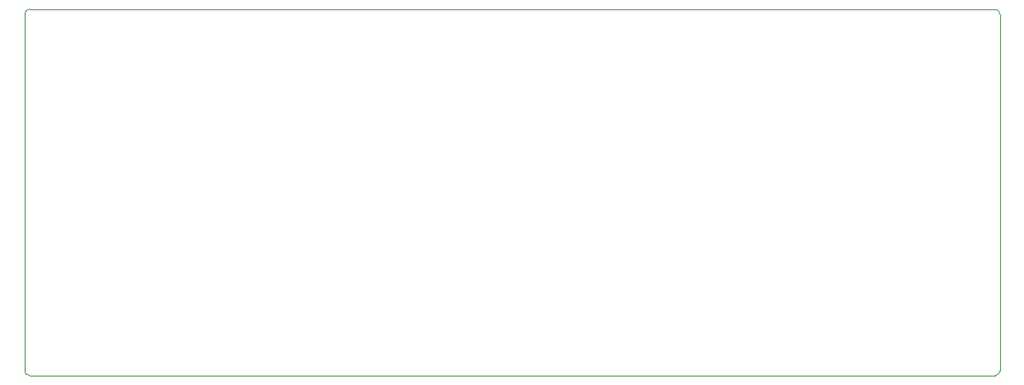
<source format=gbr>
%TF.GenerationSoftware,KiCad,Pcbnew,(6.0.7)*%
%TF.CreationDate,2022-08-19T11:16:44-06:00*%
%TF.ProjectId,ogx360,6f677833-3630-42e6-9b69-6361645f7063,rev?*%
%TF.SameCoordinates,Original*%
%TF.FileFunction,Profile,NP*%
%FSLAX46Y46*%
G04 Gerber Fmt 4.6, Leading zero omitted, Abs format (unit mm)*
G04 Created by KiCad (PCBNEW (6.0.7)) date 2022-08-19 11:16:44*
%MOMM*%
%LPD*%
G01*
G04 APERTURE LIST*
%TA.AperFunction,Profile*%
%ADD10C,0.050000*%
%TD*%
G04 APERTURE END LIST*
D10*
X195500000Y-123000000D02*
X99500000Y-123000000D01*
X99500000Y-86500000D02*
X195500000Y-86500000D01*
X99000000Y-122500000D02*
G75*
G03*
X99500000Y-123000000I500000J0D01*
G01*
X196000000Y-87000000D02*
X196000000Y-122500000D01*
X99000000Y-122500000D02*
X99000000Y-87000000D01*
X195500000Y-123000000D02*
G75*
G03*
X196000000Y-122500000I0J500000D01*
G01*
X99500000Y-86500000D02*
G75*
G03*
X99000000Y-87000000I0J-500000D01*
G01*
X196000000Y-87000000D02*
G75*
G03*
X195500000Y-86500000I-500000J0D01*
G01*
M02*

</source>
